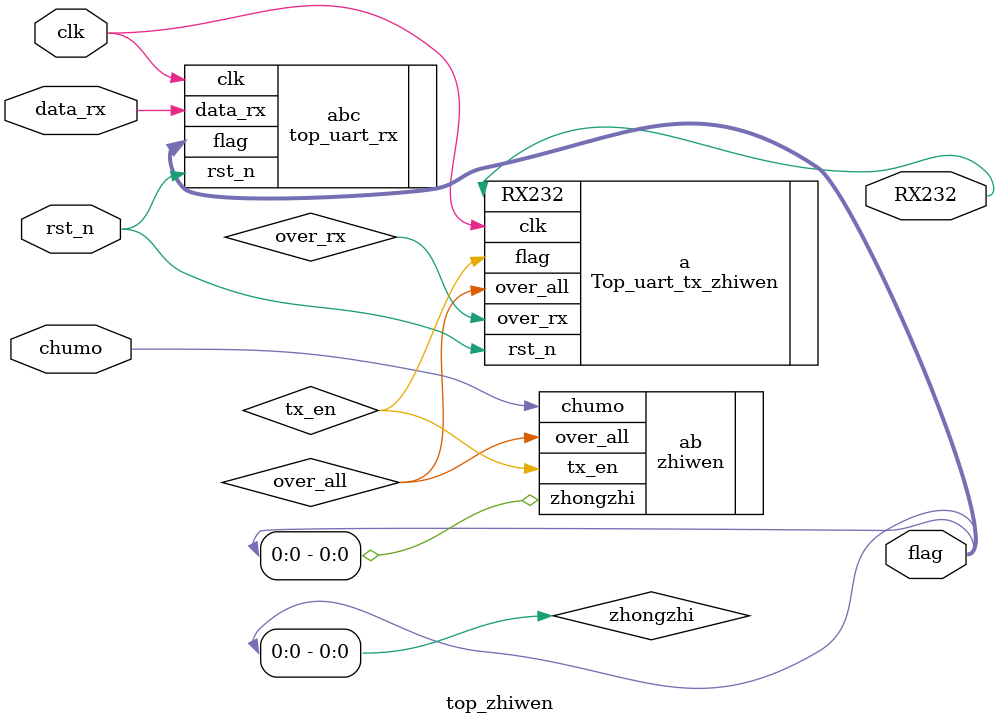
<source format=v>
module top_zhiwen(
	input clk,
	input rst_n,
	input chumo,
	input data_rx,
	
	output RX232,
	output [1:0]flag
	
    );
Top_uart_tx_zhiwen a (
    .flag(tx_en), 
    .clk(clk), 
    .rst_n(rst_n), 
    .RX232(RX232), 
    .over_rx(over_rx), 
    .over_all(over_all)
    );
zhiwen ab (
	.zhongzhi(zhongzhi),
    .chumo(chumo), 
	.over_all(over_all),
    .tx_en(tx_en)
    );
top_uart_rx abc (
    .clk(clk), 
    .rst_n(rst_n), 
    .data_rx(data_rx),
    .flag(flag)
    );
assign zhongzhi = flag[0];



endmodule

</source>
